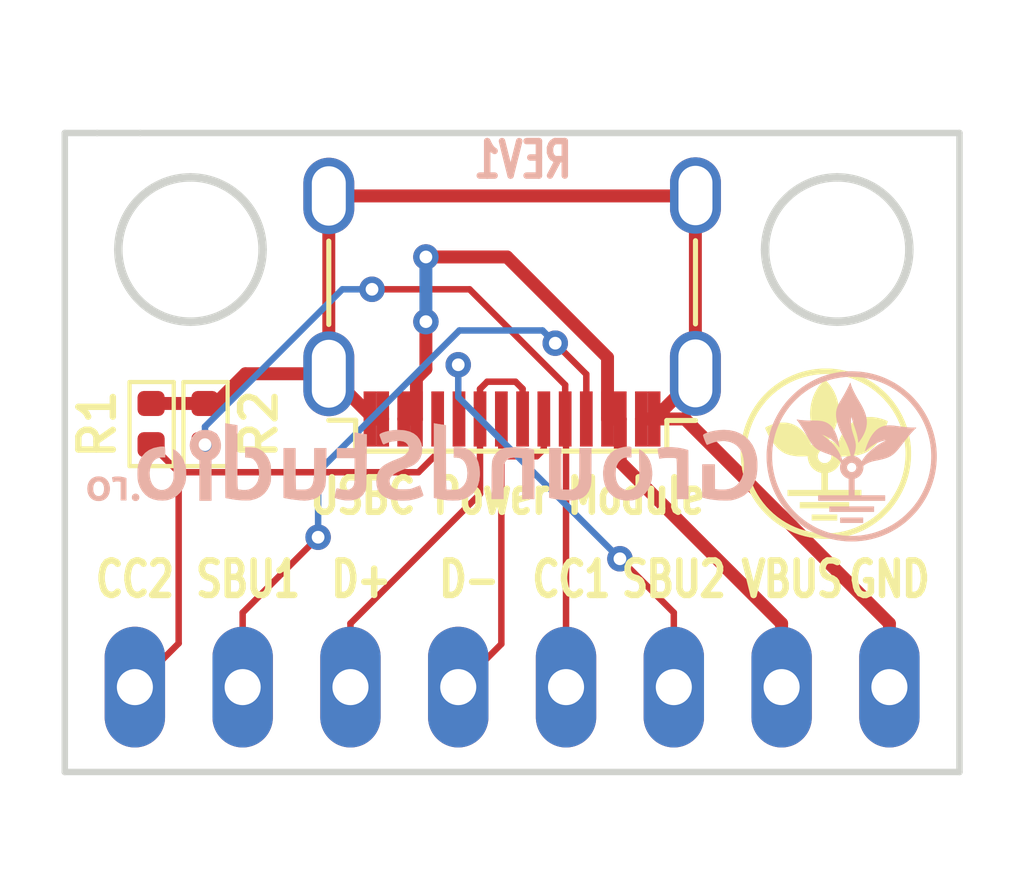
<source format=kicad_pcb>
(kicad_pcb (version 20221018) (generator pcbnew)
  (layers (0 "F.Cu" signal) (31 "B.Cu" signal) (34 "B.Paste" user) (35 "F.Paste" user) (36 "B.SilkS" user "B.Silkscreen") (37 "F.SilkS" user "F.Silkscreen") (38 "B.Mask" user) (39 "F.Mask" user) (44 "Edge.Cuts" user))
  (net 0 "")
  (net 1 "/CC2")
  (net 2 "/SBU1")
  (net 3 "/D+")
  (net 4 "/D-")
  (net 5 "/CC1")
  (net 6 "/SBU2")
  (net 7 "/VBUS")
  (net 8 "/GND")
  (footprint "GS_Local:PinHeader_1x08_P2.54mm_Vertical_Male" (layer "F.Cu") (at 157.48 62.714 -90)
    (fp_text reference "J1")
    (fp_text value "Conn_01x08")
    (pad "1" thru_hole oval (at 0 0 270) (size 2.8448 1.4224) (drill 0.849884) (layers "*.Cu" "*.Mask") (net 8 "/GND"))
    (pad "2" thru_hole oval (at 0 2.54 270) (size 2.8448 1.4224) (drill 0.849884) (layers "*.Cu" "*.Mask") (net 7 "/VBUS"))
    (pad "3" thru_hole oval (at 0 5.08 270) (size 2.8448 1.4224) (drill 0.849884) (layers "*.Cu" "*.Mask") (net 6 "/SBU2"))
    (pad "4" thru_hole oval (at 0 7.62 270) (size 2.8448 1.4224) (drill 0.849884) (layers "*.Cu" "*.Mask") (net 5 "/CC1"))
    (pad "5" thru_hole oval (at 0 10.16 270) (size 2.8448 1.4224) (drill 0.849884) (layers "*.Cu" "*.Mask") (net 4 "/D-"))
    (pad "6" thru_hole oval (at 0 12.7 270) (size 2.8448 1.4224) (drill 0.849884) (layers "*.Cu" "*.Mask") (net 3 "/D+"))
    (pad "7" thru_hole oval (at 0 15.24 270) (size 2.8448 1.4224) (drill 0.849884) (layers "*.Cu" "*.Mask") (net 2 "/SBU1"))
    (pad "8" thru_hole oval (at 0 17.78 270) (size 2.8448 1.4224) (drill 0.849884) (layers "*.Cu" "*.Mask") (net 1 "/CC2"))
  )
  (footprint "GS_Local:USB_C_C167321" (layer "F.Cu") (at 148.59 53.34 180)
    (fp_text reference "USB1")
    (fp_text value "USB_C_FULL")
    (pad "" np_thru_hole circle (at -2.88798 -1.45034 180) (size 0.7 0.7) (drill 0.7) (layers "*.Cu" "*.Mask"))
    (pad "" np_thru_hole circle (at 2.89052 -1.45542 180) (size 0.7 0.7) (drill 0.7) (layers "*.Cu" "*.Mask"))
    (pad "0" thru_hole oval (at -4.32 2.21 180) (size 1.199998 1.799996) (drill oval 0.799998 1.399997) (layers "*.Cu" "*.Mask" "F.Paste") (net 8 "/GND"))
    (pad "0" thru_hole oval (at -4.318 -1.9812 180) (size 1.199998 1.999996) (drill oval 0.799998 1.599971) (layers "*.Cu" "*.Mask" "F.Paste") (net 8 "/GND"))
    (pad "0" thru_hole oval (at 4.32 -1.99 180) (size 1.199998 1.999996) (drill oval 0.799998 1.599971) (layers "*.Cu" "*.Mask" "F.Paste") (net 8 "/GND"))
    (pad "0" thru_hole oval (at 4.32 2.2 180) (size 1.199998 1.799996) (drill oval 0.799998 1.399997) (layers "*.Cu" "*.Mask" "F.Paste") (net 8 "/GND"))
    (pad "A1" smd rect (at -3.34518 -3.05562 180) (size 0.299999 1.299997) (layers "F.Cu" "F.Paste" "F.Mask") (net 8 "/GND"))
    (pad "A4" smd rect (at -2.54762 -3.05562 180) (size 0.299999 1.299997) (layers "F.Cu" "F.Paste" "F.Mask") (net 7 "/VBUS"))
    (pad "A5" smd rect (at -1.24968 -3.05562 180) (size 0.299999 1.299997) (layers "F.Cu" "F.Paste" "F.Mask") (net 5 "/CC1"))
    (pad "A6" smd rect (at -0.24638 -3.05562 180) (size 0.299999 1.299997) (layers "F.Cu" "F.Paste" "F.Mask") (net 3 "/D+"))
    (pad "A7" smd rect (at 0.254 -3.05562 180) (size 0.299999 1.299997) (layers "F.Cu" "F.Paste" "F.Mask") (net 4 "/D-"))
    (pad "A8" smd rect (at -1.74752 -3.05562 180) (size 0.299999 1.299997) (layers "F.Cu" "F.Paste" "F.Mask") (net 2 "/SBU1"))
    (pad "A9" smd rect (at 2.55524 -3.05562 180) (size 0.299999 1.299997) (layers "F.Cu" "F.Paste" "F.Mask") (net 7 "/VBUS"))
    (pad "A12" smd rect (at 3.35026 -3.05562 180) (size 0.299999 1.299997) (layers "F.Cu" "F.Paste" "F.Mask") (net 8 "/GND"))
    (pad "B1" smd rect (at 3.05054 -3.05562 180) (size 0.299999 1.299997) (layers "F.Cu" "F.Paste" "F.Mask") (net 8 "/GND"))
    (pad "B4" smd rect (at 2.25552 -3.05562 180) (size 0.299999 1.299997) (layers "F.Cu" "F.Paste" "F.Mask") (net 7 "/VBUS"))
    (pad "B5" smd rect (at 1.75514 -3.05562 180) (size 0.299999 1.299997) (layers "F.Cu" "F.Paste" "F.Mask") (net 1 "/CC2"))
    (pad "B6" smd rect (at 0.75692 -3.05562 180) (size 0.299999 1.299997) (layers "F.Cu" "F.Paste" "F.Mask") (net 3 "/D+"))
    (pad "B7" smd rect (at -0.74676 -3.05562 180) (size 0.299999 1.299997) (layers "F.Cu" "F.Paste" "F.Mask") (net 4 "/D-"))
    (pad "B8" smd rect (at 1.25222 -3.05562 180) (size 0.299999 1.299997) (layers "F.Cu" "F.Paste" "F.Mask") (net 6 "/SBU2"))
    (pad "B9" smd rect (at -2.2479 -3.05562 180) (size 0.299999 1.299997) (layers "F.Cu" "F.Paste" "F.Mask") (net 7 "/VBUS"))
    (pad "B12" smd rect (at -3.04546 -3.05562 180) (size 0.299999 1.299997) (layers "F.Cu" "F.Paste" "F.Mask") (net 8 "/GND"))
  )
  (footprint "GS_Local:R_0402_1005Metric" (layer "F.Cu") (at 141.352505 56.51556 -90)
    (fp_text reference "R2" (at 0 -1.27 90) (layer "F.SilkS") (effects (font (size 0.8128 0.8128))))
    (fp_text value "5.1k")
    (pad "1" smd roundrect (at -0.485 0 270) (size 0.59 0.64) (layers "F.Cu" "F.Paste" "F.Mask") (net 8 "/GND"))
    (pad "2" smd roundrect (at 0.485 0 270) (size 0.59 0.64) (layers "F.Cu" "F.Paste" "F.Mask") (net 5 "/CC1"))
  )
  (footprint "GS_Local:R_0402_1005Metric" (layer "F.Cu") (at 140.082505 56.51556 -90)
    (fp_text reference "R1" (at 0 1.27 90) (layer "F.SilkS") (effects (font (size 0.8128 0.8128))))
    (fp_text value "5.1k")
    (pad "1" smd roundrect (at -0.485 0 270) (size 0.59 0.64) (layers "F.Cu" "F.Paste" "F.Mask") (net 8 "/GND"))
    (pad "2" smd roundrect (at 0.485 0 270) (size 0.59 0.64) (layers "F.Cu" "F.Paste" "F.Mask") (net 1 "/CC2"))
  )
  (footprint "GS_Local:SCREW_M3" (layer "F.Cu") (at 140.97 48.006)
    (fp_text reference "REF**" hide)
    (fp_text value "SCREW_M3")
    (fp_curve (pts (xy -1.6601 4.39674) (xy -1.6601 3.457856) (xy -0.898984 2.69674) (xy 0.0399 2.69674)) (stroke (width 0.2)) (layer "Edge.Cuts"))
    (fp_curve (pts (xy 0.0399 2.69674) (xy 0.978784 2.69674) (xy 1.7399 3.457856) (xy 1.7399 4.39674)) (stroke (width 0.2)) (layer "Edge.Cuts"))
    (fp_curve (pts (xy 0.0399 6.09674) (xy -0.898984 6.09674) (xy -1.6601 5.335624) (xy -1.6601 4.39674)) (stroke (width 0.2)) (layer "Edge.Cuts"))
    (fp_curve (pts (xy 1.7399 4.39674) (xy 1.7399 5.335624) (xy 0.978784 6.09674) (xy 0.0399 6.09674)) (stroke (width 0.2)) (layer "Edge.Cuts"))
  )
  (footprint "GS_Local:SCREW_M3" (layer "F.Cu") (at 156.21 48.006)
    (fp_text reference "REF**" hide)
    (fp_text value "SCREW_M3")
    (fp_curve (pts (xy -1.6601 4.39674) (xy -1.6601 3.457856) (xy -0.898984 2.69674) (xy 0.0399 2.69674)) (stroke (width 0.2)) (layer "Edge.Cuts"))
    (fp_curve (pts (xy 0.0399 2.69674) (xy 0.978784 2.69674) (xy 1.7399 3.457856) (xy 1.7399 4.39674)) (stroke (width 0.2)) (layer "Edge.Cuts"))
    (fp_curve (pts (xy 0.0399 6.09674) (xy -0.898984 6.09674) (xy -1.6601 5.335624) (xy -1.6601 4.39674)) (stroke (width 0.2)) (layer "Edge.Cuts"))
    (fp_curve (pts (xy 1.7399 4.39674) (xy 1.7399 5.335624) (xy 0.978784 6.09674) (xy 0.0399 6.09674)) (stroke (width 0.2)) (layer "Edge.Cuts"))
  )
  (footprint "GS_Branding:GS_Logo1_4x4" (layer "F.Cu") (at 155.98 57.214)
    (fp_text reference "G***" hide)
    (fp_text value "LOGO" hide)
  )
  (footprint "GS_Branding:GS_GroundStudio_14.6x1.8" (layer "B.Cu") (at 147.066 57.404 180)
    (fp_text reference "G***" hide)
    (fp_text value "LOGO" hide)
  )
  (footprint "GS_Branding:GS_.ro_1.2x0.6" (layer "B.Cu") (at 139.192 58.039 180)
    (fp_text reference "G***" hide)
    (fp_text value "LOGO" hide)
  )
  (footprint "GS_Branding:GS_Logo2_4x4" (layer "B.Cu") (at 156.591 57.277 180)
    (fp_text reference "G***" hide)
    (fp_text value "LOGO" hide)
  )
  (gr_line (start 159.131 64.714) (end 159.131 49.657) (stroke (width 0.1524)) (layer "Edge.Cuts"))
  (gr_line (start 138.049 64.714) (end 159.131 64.714) (stroke (width 0.1524)) (layer "Edge.Cuts"))
  (gr_line (start 139.827 49.657) (end 138.811 49.657) (stroke (width 0.1524)) (layer "Edge.Cuts"))
  (gr_line (start 138.049 64.714) (end 138.049 49.657) (stroke (width 0.1524)) (layer "Edge.Cuts"))
  (gr_line (start 138.811 49.657) (end 138.049 49.657) (stroke (width 0.1524)) (layer "Edge.Cuts"))
  (gr_line (start 159.131 49.657) (end 139.827 49.657) (stroke (width 0.1524)) (layer "Edge.Cuts"))
  (gr_text "REV1" (at 148.844 50.292) (layer "B.SilkS") (effects (font (size 0.8128 0.6096) (thickness 0.1524)) (justify mirror)))
  (gr_text "VBUS" (at 155.194 60.174) (layer "F.SilkS") (effects (font (size 0.8128 0.6096) (thickness 0.1524))))
  (gr_text "CC1" (at 149.987 60.174) (layer "F.SilkS") (effects (font (size 0.8128 0.6096) (thickness 0.1524))))
  (gr_text "SBU1" (at 142.367 60.174) (layer "F.SilkS") (effects (font (size 0.8128 0.6096) (thickness 0.1524))))
  (gr_text "D-" (at 147.574 60.174) (layer "F.SilkS") (effects (font (size 0.8128 0.6096) (thickness 0.1524))))
  (gr_text "GND" (at 157.48 60.174) (layer "F.SilkS") (effects (font (size 0.8128 0.6096) (thickness 0.1524))))
  (gr_text "D+" (at 145.034 60.174) (layer "F.SilkS") (effects (font (size 0.8128 0.6096) (thickness 0.1524))))
  (gr_text "SBU2" (at 152.4 60.174) (layer "F.SilkS") (effects (font (size 0.8128 0.6096) (thickness 0.1524))))
  (gr_text "CC2" (at 139.7 60.174) (layer "F.SilkS") (effects (font (size 0.8128 0.6096) (thickness 0.1524))))
  (gr_text "USBC Power Module" (at 148.48 58.214) (layer "F.SilkS") (effects (font (size 0.8128 0.6096) (thickness 0.1524))))
  (segment (start 140.73161 57.65061) (end 140.082505 57.001505) (width 0.1524) (layer "F.Cu") (net 1))
  (segment (start 146.83486 56.39562) (end 146.83486 57.198018) (width 0.1524) (layer "F.Cu") (net 1))
  (segment (start 140.73161 61.68239) (end 139.7 62.714) (width 0.1524) (layer "F.Cu") (net 1))
  (segment (start 146.83486 57.198018) (end 146.382268 57.65061) (width 0.1524) (layer "F.Cu") (net 1))
  (segment (start 140.73161 57.65061) (end 140.73161 61.68239) (width 0.1524) (layer "F.Cu") (net 1))
  (segment (start 140.082505 57.001505) (end 140.082505 57.00056) (width 0.1524) (layer "F.Cu") (net 1))
  (segment (start 146.382268 57.65061) (end 140.73161 57.65061) (width 0.1524) (layer "F.Cu") (net 1))
  (segment (start 142.24 62.714) (end 142.24 60.96) (width 0.1524) (layer "F.Cu") (net 2))
  (segment (start 150.33752 56.39562) (end 150.33752 55.34152) (width 0.1524) (layer "F.Cu") (net 2))
  (segment (start 150.33752 55.34152) (end 149.606 54.61) (width 0.1524) (layer "F.Cu") (net 2))
  (segment (start 142.24 60.96) (end 144.018 59.182) (width 0.1524) (layer "F.Cu") (net 2))
  (via (at 144.018 59.182) (size 0.6) (drill 0.3) (layers "F.Cu" "B.Cu") (net 2))
  (via (at 149.606 54.61) (size 0.6) (drill 0.3) (layers "F.Cu" "B.Cu") (net 2))
  (segment (start 147.345669 54.310001) (end 149.306001 54.310001) (width 0.1524) (layer "B.Cu") (net 2))
  (segment (start 144.018 57.63767) (end 147.345669 54.310001) (width 0.1524) (layer "B.Cu") (net 2))
  (segment (start 149.306001 54.310001) (end 149.606 54.61) (width 0.1524) (layer "B.Cu") (net 2))
  (segment (start 144.018 59.182) (end 144.018 57.63767) (width 0.1524) (layer "B.Cu") (net 2))
  (segment (start 144.78 61.214) (end 144.78 62.714) (width 0.1524) (layer "F.Cu") (net 3))
  (segment (start 147.83308 56.39562) (end 147.83308 58.16092) (width 0.1524) (layer "F.Cu") (net 3))
  (segment (start 147.83308 58.16092) (end 144.78 61.214) (width 0.1524) (layer "F.Cu") (net 3))
  (segment (start 148.83638 55.68452) (end 148.668881 55.517021) (width 0.1524) (layer "F.Cu") (net 3))
  (segment (start 148.668881 55.517021) (end 148.00312 55.517021) (width 0.1524) (layer "F.Cu") (net 3))
  (segment (start 148.00312 55.517021) (end 147.83308 55.687061) (width 0.1524) (layer "F.Cu") (net 3))
  (segment (start 148.83638 56.39562) (end 148.83638 55.68452) (width 0.1524) (layer "F.Cu") (net 3))
  (segment (start 147.83308 55.687061) (end 147.83308 56.39562) (width 0.1524) (layer "F.Cu") (net 3))
  (segment (start 148.336 57.198018) (end 148.336 56.39562) (width 0.1524) (layer "F.Cu") (net 4))
  (segment (start 148.412202 57.27422) (end 148.336 57.198018) (width 0.1524) (layer "F.Cu") (net 4))
  (segment (start 147.32 62.714) (end 148.336 61.698) (width 0.1524) (layer "F.Cu") (net 4))
  (segment (start 149.33676 56.39562) (end 149.33676 57.106721) (width 0.1524) (layer "F.Cu") (net 4))
  (segment (start 149.169261 57.27422) (end 148.412202 57.27422) (width 0.1524) (layer "F.Cu") (net 4))
  (segment (start 149.33676 57.106721) (end 149.169261 57.27422) (width 0.1524) (layer "F.Cu") (net 4))
  (segment (start 148.336 61.698) (end 148.336 56.39562) (width 0.1524) (layer "F.Cu") (net 4))
  (segment (start 149.83968 56.39562) (end 149.83968 55.593222) (width 0.1524) (layer "F.Cu") (net 5))
  (segment (start 147.586458 53.34) (end 145.288 53.34) (width 0.1524) (layer "F.Cu") (net 5))
  (segment (start 149.86 56.41594) (end 149.83968 56.39562) (width 0.1524) (layer "F.Cu") (net 5))
  (segment (start 149.86 62.714) (end 149.86 56.41594) (width 0.1524) (layer "F.Cu") (net 5))
  (segment (start 149.83968 55.593222) (end 147.586458 53.34) (width 0.1524) (layer "F.Cu") (net 5))
  (via (at 141.352496 57.000551) (size 0.6) (drill 0.3) (layers "F.Cu" "B.Cu") (net 5))
  (via (at 145.288 53.34) (size 0.6) (drill 0.3) (layers "F.Cu" "B.Cu") (net 5))
  (segment (start 141.352496 56.576287) (end 144.588783 53.34) (width 0.1524) (layer "B.Cu") (net 5))
  (segment (start 141.352496 57.000551) (end 141.352496 56.576287) (width 0.1524) (layer "B.Cu") (net 5))
  (segment (start 144.588783 53.34) (end 145.288 53.34) (width 0.1524) (layer "B.Cu") (net 5))
  (segment (start 147.32 56.37784) (end 147.33778 56.39562) (width 0.1524) (layer "F.Cu") (net 6))
  (segment (start 147.32 55.118) (end 147.32 56.37784) (width 0.1524) (layer "F.Cu") (net 6))
  (segment (start 152.4 62.714) (end 152.4 60.96) (width 0.1524) (layer "F.Cu") (net 6))
  (segment (start 152.4 60.96) (end 151.13 59.69) (width 0.1524) (layer "F.Cu") (net 6))
  (via (at 151.13 59.69) (size 0.6) (drill 0.3) (layers "F.Cu" "B.Cu") (net 6))
  (via (at 147.32 55.118) (size 0.6) (drill 0.3) (layers "F.Cu" "B.Cu") (net 6))
  (segment (start 151.13 59.69) (end 147.32 55.88) (width 0.1524) (layer "B.Cu") (net 6))
  (segment (start 147.32 55.88) (end 147.32 55.118) (width 0.1524) (layer "B.Cu") (net 6))
  (segment (start 151.13762 56.39562) (end 150.8379 56.39562) (width 0.3048) (layer "F.Cu") (net 7))
  (segment (start 146.558 54.102) (end 146.558 55.217302) (width 0.3048) (layer "F.Cu") (net 7))
  (segment (start 154.94 61.214) (end 151.13762 57.41162) (width 0.3048) (layer "F.Cu") (net 7))
  (segment (start 146.33448 55.440822) (end 146.33448 56.39562) (width 0.3048) (layer "F.Cu") (net 7))
  (segment (start 146.558 55.217302) (end 146.33448 55.440822) (width 0.3048) (layer "F.Cu") (net 7))
  (segment (start 146.33448 56.39562) (end 146.03476 56.39562) (width 0.3048) (layer "F.Cu") (net 7))
  (segment (start 150.8379 54.946794) (end 148.469106 52.578) (width 0.3048) (layer "F.Cu") (net 7))
  (segment (start 148.469106 52.578) (end 146.558 52.578) (width 0.3048) (layer "F.Cu") (net 7))
  (segment (start 154.94 62.714) (end 154.94 61.214) (width 0.3048) (layer "F.Cu") (net 7))
  (segment (start 150.8379 56.39562) (end 150.8379 54.946794) (width 0.3048) (layer "F.Cu") (net 7))
  (segment (start 151.13762 57.41162) (end 151.13762 56.39562) (width 0.3048) (layer "F.Cu") (net 7))
  (via (at 146.558 52.578) (size 0.6) (drill 0.3) (layers "F.Cu" "B.Cu") (net 7))
  (via (at 146.558 54.102) (size 0.6) (drill 0.3) (layers "F.Cu" "B.Cu") (net 7))
  (segment (start 146.558 52.578) (end 146.558 54.102) (width 0.3048) (layer "B.Cu") (net 7))
  (segment (start 151.93518 56.39562) (end 152.66162 56.39562) (width 0.3048) (layer "F.Cu") (net 8))
  (segment (start 144.27 51.14) (end 144.27 55.33) (width 0.3048) (layer "F.Cu") (net 8))
  (segment (start 152.66162 56.39562) (end 157.48 61.214) (width 0.3048) (layer "F.Cu") (net 8))
  (segment (start 157.48 61.214) (end 157.48 62.714) (width 0.3048) (layer "F.Cu") (net 8))
  (segment (start 142.305 55.33) (end 141.60444 56.03056) (width 0.3048) (layer "F.Cu") (net 8))
  (segment (start 144.27 51.14) (end 152.9 51.14) (width 0.3048) (layer "F.Cu") (net 8))
  (segment (start 140.082505 56.03056) (end 140.082505 56.031505) (width 0.3048) (layer "F.Cu") (net 8))
  (segment (start 144.27 55.33) (end 142.305 55.33) (width 0.3048) (layer "F.Cu") (net 8))
  (segment (start 145.33562 56.39562) (end 144.27 55.33) (width 0.3048) (layer "F.Cu") (net 8))
  (segment (start 152.908 55.4228) (end 151.93518 56.39562) (width 0.3048) (layer "F.Cu") (net 8))
  (segment (start 152.908 55.3212) (end 152.908 51.132) (width 0.3048) (layer "F.Cu") (net 8))
  (segment (start 140.082505 56.031505) (end 140.208 56.157) (width 0.3048) (layer "F.Cu") (net 8))
  (segment (start 151.93518 56.39562) (end 151.63546 56.39562) (width 0.3048) (layer "F.Cu") (net 8))
  (segment (start 141.60444 56.03056) (end 140.082505 56.03056) (width 0.3048) (layer "F.Cu") (net 8))
  (segment (start 152.908 51.132) (end 152.91 51.13) (width 0.3048) (layer "F.Cu") (net 8))
  (segment (start 152.9 51.14) (end 152.91 51.13) (width 0.3048) (layer "F.Cu") (net 8))
  (segment (start 145.53946 56.39562) (end 145.33562 56.39562) (width 0.3048) (layer "F.Cu") (net 8))
  (segment (start 152.908 55.3212) (end 152.908 55.4228) (width 0.3048) (layer "F.Cu") (net 8))
)
</source>
